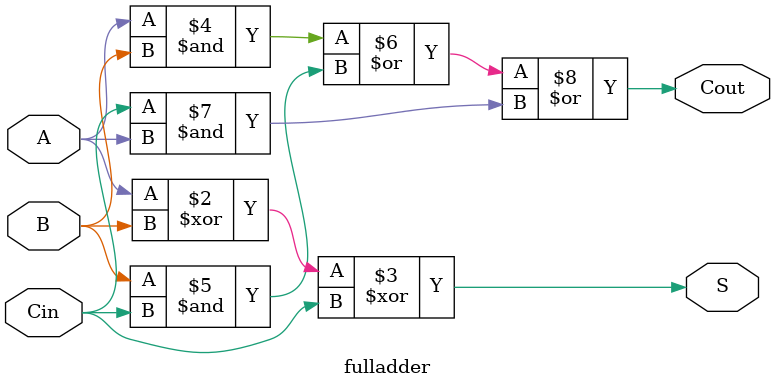
<source format=v>
module bittb
(

);
wire [15:0] Sum ;
reg [15:0] A ;
wire Cout ;
reg [15:0] B ;
reg Cin ;

initial begin
    $dumpfile("dumpfile1.vcd");
    $dumpvars(0, A[15:0], B[15:0], Cin, Sum[15:0], Cout);
    A = 0;
    B = 0;
    Cin = 0;
  end

  integer i;
  always begin
    for (i = 0; i < 20; i = i + 1) begin
      #10
      A = $random;
      B = $random;
      Cin = $random % 2;
    end
    #10
    $finish;
  end
// noconn A[15:0]
// noconn B[15:0]
// noconn Cin
// noconn Sum[15:0]
// noconn Cout
test
x1 ( 
 .a( A ),
 .sum( Sum ),
 .b( B ),
 .Cout( Cout ),
 .cin( Cin )
);

endmodule

// expanding   symbol:  test.sym # of pins=5
// sym_path: /home/ee22b074/ee5311/tutorial_7/partb/test.sym
// sch_path: /home/ee22b074/ee5311/tutorial_7/partb/test.sch
module test
(
  input wire [15:0] a,
  output wire [15:0] sum,
  input wire [15:0] b,
  output wire Cout,
  input wire cin
);
wire [14:0] carry;

fulladder fa0(.A(a[0]), .B(b[0]), .Cin(cin), .S(sum[0]), .Cout(carry[0]));
fulladder fa1(.A(a[1]), .B(b[1]), .Cin(carry[0]), .S(sum[1]), .Cout(carry[1]));
fulladder fa2(.A(a[2]), .B(b[2]), .Cin(carry[1]), .S(sum[2]), .Cout(carry[2]));
fulladder fa3(.A(a[3]), .B(b[3]), .Cin(carry[2]), .S(sum[3]), .Cout(carry[3]));
fulladder fa4(.A(a[4]), .B(b[4]), .Cin(carry[3]), .S(sum[4]), .Cout(carry[4]));
fulladder fa5(.A(a[5]), .B(b[5]), .Cin(carry[4]), .S(sum[5]), .Cout(carry[5]));
fulladder fa6(.A(a[6]), .B(b[6]), .Cin(carry[5]), .S(sum[6]), .Cout(carry[6]));
fulladder fa7(.A(a[7]), .B(b[7]), .Cin(carry[6]), .S(sum[7]), .Cout(carry[7]));
fulladder fa8(.A(a[8]), .B(b[8]), .Cin(carry[7]), .S(sum[8]), .Cout(carry[8]));
fulladder fa9(.A(a[9]), .B(b[9]), .Cin(carry[8]), .S(sum[9]), .Cout(carry[9]));
fulladder fa10(.A(a[10]), .B(b[10]), .Cin(carry[9]), .S(sum[10]), .Cout(carry[10]));
fulladder fa11(.A(a[11]), .B(b[11]), .Cin(carry[10]), .S(sum[11]), .Cout(carry[11]));
fulladder fa12(.A(a[12]), .B(b[12]), .Cin(carry[11]), .S(sum[12]), .Cout(carry[12]));
fulladder fa13(.A(a[13]), .B(b[13]), .Cin(carry[12]), .S(sum[13]), .Cout(carry[13]));
fulladder fa14(.A(a[14]), .B(b[14]), .Cin(carry[13]), .S(sum[14]), .Cout(carry[14]));
fulladder fa15(.A(a[15]), .B(b[15]), .Cin(carry[14]), .S(sum[15]), .Cout(Cout));

endmodule
module fulladder
(
  input wire A,
  output wire S,
  input wire B,
  output wire Cout,
  input wire Cin
);
assign S = A ^ B ^ Cin;
assign Cout = (A & B) | (B & Cin) | (Cin & A);
// noconn a[15:0]
// noconn b[15:0]
// noconn cin
// noconn sum[15:0]
// noconn Cout
endmodule

</source>
